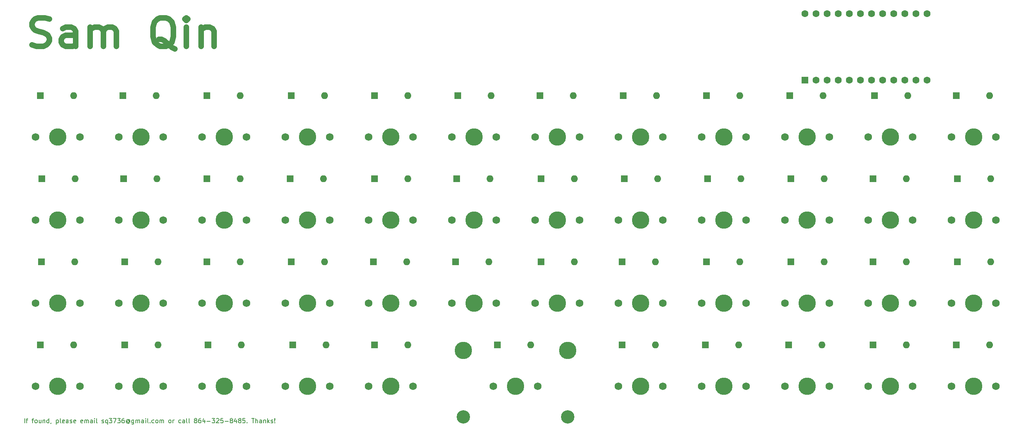
<source format=gts>
G04 #@! TF.GenerationSoftware,KiCad,Pcbnew,(5.1.10)-1*
G04 #@! TF.CreationDate,2022-01-10T13:30:35-05:00*
G04 #@! TF.ProjectId,40,3430252e-6b69-4636-9164-5f7063625858,rev?*
G04 #@! TF.SameCoordinates,Original*
G04 #@! TF.FileFunction,Soldermask,Top*
G04 #@! TF.FilePolarity,Negative*
%FSLAX46Y46*%
G04 Gerber Fmt 4.6, Leading zero omitted, Abs format (unit mm)*
G04 Created by KiCad (PCBNEW (5.1.10)-1) date 2022-01-10 13:30:35*
%MOMM*%
%LPD*%
G01*
G04 APERTURE LIST*
%ADD10C,0.150000*%
%ADD11C,1.300000*%
%ADD12C,1.600000*%
%ADD13R,1.600000X1.600000*%
%ADD14C,1.750000*%
%ADD15C,3.987800*%
%ADD16O,1.600000X1.600000*%
%ADD17C,3.048000*%
G04 APERTURE END LIST*
D10*
X29761309Y-129039880D02*
X29761309Y-128039880D01*
X30094642Y-128373214D02*
X30475595Y-128373214D01*
X30237500Y-129039880D02*
X30237500Y-128182738D01*
X30285119Y-128087500D01*
X30380357Y-128039880D01*
X30475595Y-128039880D01*
X31427976Y-128373214D02*
X31808928Y-128373214D01*
X31570833Y-129039880D02*
X31570833Y-128182738D01*
X31618452Y-128087500D01*
X31713690Y-128039880D01*
X31808928Y-128039880D01*
X32285119Y-129039880D02*
X32189880Y-128992261D01*
X32142261Y-128944642D01*
X32094642Y-128849404D01*
X32094642Y-128563690D01*
X32142261Y-128468452D01*
X32189880Y-128420833D01*
X32285119Y-128373214D01*
X32427976Y-128373214D01*
X32523214Y-128420833D01*
X32570833Y-128468452D01*
X32618452Y-128563690D01*
X32618452Y-128849404D01*
X32570833Y-128944642D01*
X32523214Y-128992261D01*
X32427976Y-129039880D01*
X32285119Y-129039880D01*
X33475595Y-128373214D02*
X33475595Y-129039880D01*
X33047023Y-128373214D02*
X33047023Y-128897023D01*
X33094642Y-128992261D01*
X33189880Y-129039880D01*
X33332738Y-129039880D01*
X33427976Y-128992261D01*
X33475595Y-128944642D01*
X33951785Y-128373214D02*
X33951785Y-129039880D01*
X33951785Y-128468452D02*
X33999404Y-128420833D01*
X34094642Y-128373214D01*
X34237500Y-128373214D01*
X34332738Y-128420833D01*
X34380357Y-128516071D01*
X34380357Y-129039880D01*
X35285119Y-129039880D02*
X35285119Y-128039880D01*
X35285119Y-128992261D02*
X35189880Y-129039880D01*
X34999404Y-129039880D01*
X34904166Y-128992261D01*
X34856547Y-128944642D01*
X34808928Y-128849404D01*
X34808928Y-128563690D01*
X34856547Y-128468452D01*
X34904166Y-128420833D01*
X34999404Y-128373214D01*
X35189880Y-128373214D01*
X35285119Y-128420833D01*
X35808928Y-128992261D02*
X35808928Y-129039880D01*
X35761309Y-129135119D01*
X35713690Y-129182738D01*
X36999404Y-128373214D02*
X36999404Y-129373214D01*
X36999404Y-128420833D02*
X37094642Y-128373214D01*
X37285119Y-128373214D01*
X37380357Y-128420833D01*
X37427976Y-128468452D01*
X37475595Y-128563690D01*
X37475595Y-128849404D01*
X37427976Y-128944642D01*
X37380357Y-128992261D01*
X37285119Y-129039880D01*
X37094642Y-129039880D01*
X36999404Y-128992261D01*
X38047023Y-129039880D02*
X37951785Y-128992261D01*
X37904166Y-128897023D01*
X37904166Y-128039880D01*
X38808928Y-128992261D02*
X38713690Y-129039880D01*
X38523214Y-129039880D01*
X38427976Y-128992261D01*
X38380357Y-128897023D01*
X38380357Y-128516071D01*
X38427976Y-128420833D01*
X38523214Y-128373214D01*
X38713690Y-128373214D01*
X38808928Y-128420833D01*
X38856547Y-128516071D01*
X38856547Y-128611309D01*
X38380357Y-128706547D01*
X39713690Y-129039880D02*
X39713690Y-128516071D01*
X39666071Y-128420833D01*
X39570833Y-128373214D01*
X39380357Y-128373214D01*
X39285119Y-128420833D01*
X39713690Y-128992261D02*
X39618452Y-129039880D01*
X39380357Y-129039880D01*
X39285119Y-128992261D01*
X39237500Y-128897023D01*
X39237500Y-128801785D01*
X39285119Y-128706547D01*
X39380357Y-128658928D01*
X39618452Y-128658928D01*
X39713690Y-128611309D01*
X40142261Y-128992261D02*
X40237500Y-129039880D01*
X40427976Y-129039880D01*
X40523214Y-128992261D01*
X40570833Y-128897023D01*
X40570833Y-128849404D01*
X40523214Y-128754166D01*
X40427976Y-128706547D01*
X40285119Y-128706547D01*
X40189880Y-128658928D01*
X40142261Y-128563690D01*
X40142261Y-128516071D01*
X40189880Y-128420833D01*
X40285119Y-128373214D01*
X40427976Y-128373214D01*
X40523214Y-128420833D01*
X41380357Y-128992261D02*
X41285119Y-129039880D01*
X41094642Y-129039880D01*
X40999404Y-128992261D01*
X40951785Y-128897023D01*
X40951785Y-128516071D01*
X40999404Y-128420833D01*
X41094642Y-128373214D01*
X41285119Y-128373214D01*
X41380357Y-128420833D01*
X41427976Y-128516071D01*
X41427976Y-128611309D01*
X40951785Y-128706547D01*
X42999404Y-128992261D02*
X42904166Y-129039880D01*
X42713690Y-129039880D01*
X42618452Y-128992261D01*
X42570833Y-128897023D01*
X42570833Y-128516071D01*
X42618452Y-128420833D01*
X42713690Y-128373214D01*
X42904166Y-128373214D01*
X42999404Y-128420833D01*
X43047023Y-128516071D01*
X43047023Y-128611309D01*
X42570833Y-128706547D01*
X43475595Y-129039880D02*
X43475595Y-128373214D01*
X43475595Y-128468452D02*
X43523214Y-128420833D01*
X43618452Y-128373214D01*
X43761309Y-128373214D01*
X43856547Y-128420833D01*
X43904166Y-128516071D01*
X43904166Y-129039880D01*
X43904166Y-128516071D02*
X43951785Y-128420833D01*
X44047023Y-128373214D01*
X44189880Y-128373214D01*
X44285119Y-128420833D01*
X44332738Y-128516071D01*
X44332738Y-129039880D01*
X45237500Y-129039880D02*
X45237500Y-128516071D01*
X45189880Y-128420833D01*
X45094642Y-128373214D01*
X44904166Y-128373214D01*
X44808928Y-128420833D01*
X45237500Y-128992261D02*
X45142261Y-129039880D01*
X44904166Y-129039880D01*
X44808928Y-128992261D01*
X44761309Y-128897023D01*
X44761309Y-128801785D01*
X44808928Y-128706547D01*
X44904166Y-128658928D01*
X45142261Y-128658928D01*
X45237500Y-128611309D01*
X45713690Y-129039880D02*
X45713690Y-128373214D01*
X45713690Y-128039880D02*
X45666071Y-128087500D01*
X45713690Y-128135119D01*
X45761309Y-128087500D01*
X45713690Y-128039880D01*
X45713690Y-128135119D01*
X46332738Y-129039880D02*
X46237500Y-128992261D01*
X46189880Y-128897023D01*
X46189880Y-128039880D01*
X47427976Y-128992261D02*
X47523214Y-129039880D01*
X47713690Y-129039880D01*
X47808928Y-128992261D01*
X47856547Y-128897023D01*
X47856547Y-128849404D01*
X47808928Y-128754166D01*
X47713690Y-128706547D01*
X47570833Y-128706547D01*
X47475595Y-128658928D01*
X47427976Y-128563690D01*
X47427976Y-128516071D01*
X47475595Y-128420833D01*
X47570833Y-128373214D01*
X47713690Y-128373214D01*
X47808928Y-128420833D01*
X48713690Y-128373214D02*
X48713690Y-129373214D01*
X48713690Y-128992261D02*
X48618452Y-129039880D01*
X48427976Y-129039880D01*
X48332738Y-128992261D01*
X48285119Y-128944642D01*
X48237500Y-128849404D01*
X48237500Y-128563690D01*
X48285119Y-128468452D01*
X48332738Y-128420833D01*
X48427976Y-128373214D01*
X48618452Y-128373214D01*
X48713690Y-128420833D01*
X49094642Y-128039880D02*
X49713690Y-128039880D01*
X49380357Y-128420833D01*
X49523214Y-128420833D01*
X49618452Y-128468452D01*
X49666071Y-128516071D01*
X49713690Y-128611309D01*
X49713690Y-128849404D01*
X49666071Y-128944642D01*
X49618452Y-128992261D01*
X49523214Y-129039880D01*
X49237500Y-129039880D01*
X49142261Y-128992261D01*
X49094642Y-128944642D01*
X50047023Y-128039880D02*
X50713690Y-128039880D01*
X50285119Y-129039880D01*
X50999404Y-128039880D02*
X51618452Y-128039880D01*
X51285119Y-128420833D01*
X51427976Y-128420833D01*
X51523214Y-128468452D01*
X51570833Y-128516071D01*
X51618452Y-128611309D01*
X51618452Y-128849404D01*
X51570833Y-128944642D01*
X51523214Y-128992261D01*
X51427976Y-129039880D01*
X51142261Y-129039880D01*
X51047023Y-128992261D01*
X50999404Y-128944642D01*
X52475595Y-128039880D02*
X52285119Y-128039880D01*
X52189880Y-128087500D01*
X52142261Y-128135119D01*
X52047023Y-128277976D01*
X51999404Y-128468452D01*
X51999404Y-128849404D01*
X52047023Y-128944642D01*
X52094642Y-128992261D01*
X52189880Y-129039880D01*
X52380357Y-129039880D01*
X52475595Y-128992261D01*
X52523214Y-128944642D01*
X52570833Y-128849404D01*
X52570833Y-128611309D01*
X52523214Y-128516071D01*
X52475595Y-128468452D01*
X52380357Y-128420833D01*
X52189880Y-128420833D01*
X52094642Y-128468452D01*
X52047023Y-128516071D01*
X51999404Y-128611309D01*
X53618452Y-128563690D02*
X53570833Y-128516071D01*
X53475595Y-128468452D01*
X53380357Y-128468452D01*
X53285119Y-128516071D01*
X53237500Y-128563690D01*
X53189880Y-128658928D01*
X53189880Y-128754166D01*
X53237500Y-128849404D01*
X53285119Y-128897023D01*
X53380357Y-128944642D01*
X53475595Y-128944642D01*
X53570833Y-128897023D01*
X53618452Y-128849404D01*
X53618452Y-128468452D02*
X53618452Y-128849404D01*
X53666071Y-128897023D01*
X53713690Y-128897023D01*
X53808928Y-128849404D01*
X53856547Y-128754166D01*
X53856547Y-128516071D01*
X53761309Y-128373214D01*
X53618452Y-128277976D01*
X53427976Y-128230357D01*
X53237500Y-128277976D01*
X53094642Y-128373214D01*
X52999404Y-128516071D01*
X52951785Y-128706547D01*
X52999404Y-128897023D01*
X53094642Y-129039880D01*
X53237500Y-129135119D01*
X53427976Y-129182738D01*
X53618452Y-129135119D01*
X53761309Y-129039880D01*
X54713690Y-128373214D02*
X54713690Y-129182738D01*
X54666071Y-129277976D01*
X54618452Y-129325595D01*
X54523214Y-129373214D01*
X54380357Y-129373214D01*
X54285119Y-129325595D01*
X54713690Y-128992261D02*
X54618452Y-129039880D01*
X54427976Y-129039880D01*
X54332738Y-128992261D01*
X54285119Y-128944642D01*
X54237500Y-128849404D01*
X54237500Y-128563690D01*
X54285119Y-128468452D01*
X54332738Y-128420833D01*
X54427976Y-128373214D01*
X54618452Y-128373214D01*
X54713690Y-128420833D01*
X55189880Y-129039880D02*
X55189880Y-128373214D01*
X55189880Y-128468452D02*
X55237500Y-128420833D01*
X55332738Y-128373214D01*
X55475595Y-128373214D01*
X55570833Y-128420833D01*
X55618452Y-128516071D01*
X55618452Y-129039880D01*
X55618452Y-128516071D02*
X55666071Y-128420833D01*
X55761309Y-128373214D01*
X55904166Y-128373214D01*
X55999404Y-128420833D01*
X56047023Y-128516071D01*
X56047023Y-129039880D01*
X56951785Y-129039880D02*
X56951785Y-128516071D01*
X56904166Y-128420833D01*
X56808928Y-128373214D01*
X56618452Y-128373214D01*
X56523214Y-128420833D01*
X56951785Y-128992261D02*
X56856547Y-129039880D01*
X56618452Y-129039880D01*
X56523214Y-128992261D01*
X56475595Y-128897023D01*
X56475595Y-128801785D01*
X56523214Y-128706547D01*
X56618452Y-128658928D01*
X56856547Y-128658928D01*
X56951785Y-128611309D01*
X57427976Y-129039880D02*
X57427976Y-128373214D01*
X57427976Y-128039880D02*
X57380357Y-128087500D01*
X57427976Y-128135119D01*
X57475595Y-128087500D01*
X57427976Y-128039880D01*
X57427976Y-128135119D01*
X58047023Y-129039880D02*
X57951785Y-128992261D01*
X57904166Y-128897023D01*
X57904166Y-128039880D01*
X58427976Y-128944642D02*
X58475595Y-128992261D01*
X58427976Y-129039880D01*
X58380357Y-128992261D01*
X58427976Y-128944642D01*
X58427976Y-129039880D01*
X59332738Y-128992261D02*
X59237500Y-129039880D01*
X59047023Y-129039880D01*
X58951785Y-128992261D01*
X58904166Y-128944642D01*
X58856547Y-128849404D01*
X58856547Y-128563690D01*
X58904166Y-128468452D01*
X58951785Y-128420833D01*
X59047023Y-128373214D01*
X59237500Y-128373214D01*
X59332738Y-128420833D01*
X59904166Y-129039880D02*
X59808928Y-128992261D01*
X59761309Y-128944642D01*
X59713690Y-128849404D01*
X59713690Y-128563690D01*
X59761309Y-128468452D01*
X59808928Y-128420833D01*
X59904166Y-128373214D01*
X60047023Y-128373214D01*
X60142261Y-128420833D01*
X60189880Y-128468452D01*
X60237500Y-128563690D01*
X60237500Y-128849404D01*
X60189880Y-128944642D01*
X60142261Y-128992261D01*
X60047023Y-129039880D01*
X59904166Y-129039880D01*
X60666071Y-129039880D02*
X60666071Y-128373214D01*
X60666071Y-128468452D02*
X60713690Y-128420833D01*
X60808928Y-128373214D01*
X60951785Y-128373214D01*
X61047023Y-128420833D01*
X61094642Y-128516071D01*
X61094642Y-129039880D01*
X61094642Y-128516071D02*
X61142261Y-128420833D01*
X61237500Y-128373214D01*
X61380357Y-128373214D01*
X61475595Y-128420833D01*
X61523214Y-128516071D01*
X61523214Y-129039880D01*
X62904166Y-129039880D02*
X62808928Y-128992261D01*
X62761309Y-128944642D01*
X62713690Y-128849404D01*
X62713690Y-128563690D01*
X62761309Y-128468452D01*
X62808928Y-128420833D01*
X62904166Y-128373214D01*
X63047023Y-128373214D01*
X63142261Y-128420833D01*
X63189880Y-128468452D01*
X63237500Y-128563690D01*
X63237500Y-128849404D01*
X63189880Y-128944642D01*
X63142261Y-128992261D01*
X63047023Y-129039880D01*
X62904166Y-129039880D01*
X63666071Y-129039880D02*
X63666071Y-128373214D01*
X63666071Y-128563690D02*
X63713690Y-128468452D01*
X63761309Y-128420833D01*
X63856547Y-128373214D01*
X63951785Y-128373214D01*
X65475595Y-128992261D02*
X65380357Y-129039880D01*
X65189880Y-129039880D01*
X65094642Y-128992261D01*
X65047023Y-128944642D01*
X64999404Y-128849404D01*
X64999404Y-128563690D01*
X65047023Y-128468452D01*
X65094642Y-128420833D01*
X65189880Y-128373214D01*
X65380357Y-128373214D01*
X65475595Y-128420833D01*
X66332738Y-129039880D02*
X66332738Y-128516071D01*
X66285119Y-128420833D01*
X66189880Y-128373214D01*
X65999404Y-128373214D01*
X65904166Y-128420833D01*
X66332738Y-128992261D02*
X66237500Y-129039880D01*
X65999404Y-129039880D01*
X65904166Y-128992261D01*
X65856547Y-128897023D01*
X65856547Y-128801785D01*
X65904166Y-128706547D01*
X65999404Y-128658928D01*
X66237500Y-128658928D01*
X66332738Y-128611309D01*
X66951785Y-129039880D02*
X66856547Y-128992261D01*
X66808928Y-128897023D01*
X66808928Y-128039880D01*
X67475595Y-129039880D02*
X67380357Y-128992261D01*
X67332738Y-128897023D01*
X67332738Y-128039880D01*
X68761309Y-128468452D02*
X68666071Y-128420833D01*
X68618452Y-128373214D01*
X68570833Y-128277976D01*
X68570833Y-128230357D01*
X68618452Y-128135119D01*
X68666071Y-128087500D01*
X68761309Y-128039880D01*
X68951785Y-128039880D01*
X69047023Y-128087500D01*
X69094642Y-128135119D01*
X69142261Y-128230357D01*
X69142261Y-128277976D01*
X69094642Y-128373214D01*
X69047023Y-128420833D01*
X68951785Y-128468452D01*
X68761309Y-128468452D01*
X68666071Y-128516071D01*
X68618452Y-128563690D01*
X68570833Y-128658928D01*
X68570833Y-128849404D01*
X68618452Y-128944642D01*
X68666071Y-128992261D01*
X68761309Y-129039880D01*
X68951785Y-129039880D01*
X69047023Y-128992261D01*
X69094642Y-128944642D01*
X69142261Y-128849404D01*
X69142261Y-128658928D01*
X69094642Y-128563690D01*
X69047023Y-128516071D01*
X68951785Y-128468452D01*
X69999404Y-128039880D02*
X69808928Y-128039880D01*
X69713690Y-128087500D01*
X69666071Y-128135119D01*
X69570833Y-128277976D01*
X69523214Y-128468452D01*
X69523214Y-128849404D01*
X69570833Y-128944642D01*
X69618452Y-128992261D01*
X69713690Y-129039880D01*
X69904166Y-129039880D01*
X69999404Y-128992261D01*
X70047023Y-128944642D01*
X70094642Y-128849404D01*
X70094642Y-128611309D01*
X70047023Y-128516071D01*
X69999404Y-128468452D01*
X69904166Y-128420833D01*
X69713690Y-128420833D01*
X69618452Y-128468452D01*
X69570833Y-128516071D01*
X69523214Y-128611309D01*
X70951785Y-128373214D02*
X70951785Y-129039880D01*
X70713690Y-127992261D02*
X70475595Y-128706547D01*
X71094642Y-128706547D01*
X71475595Y-128658928D02*
X72237500Y-128658928D01*
X72618452Y-128039880D02*
X73237500Y-128039880D01*
X72904166Y-128420833D01*
X73047023Y-128420833D01*
X73142261Y-128468452D01*
X73189880Y-128516071D01*
X73237500Y-128611309D01*
X73237500Y-128849404D01*
X73189880Y-128944642D01*
X73142261Y-128992261D01*
X73047023Y-129039880D01*
X72761309Y-129039880D01*
X72666071Y-128992261D01*
X72618452Y-128944642D01*
X73618452Y-128135119D02*
X73666071Y-128087500D01*
X73761309Y-128039880D01*
X73999404Y-128039880D01*
X74094642Y-128087500D01*
X74142261Y-128135119D01*
X74189880Y-128230357D01*
X74189880Y-128325595D01*
X74142261Y-128468452D01*
X73570833Y-129039880D01*
X74189880Y-129039880D01*
X75094642Y-128039880D02*
X74618452Y-128039880D01*
X74570833Y-128516071D01*
X74618452Y-128468452D01*
X74713690Y-128420833D01*
X74951785Y-128420833D01*
X75047023Y-128468452D01*
X75094642Y-128516071D01*
X75142261Y-128611309D01*
X75142261Y-128849404D01*
X75094642Y-128944642D01*
X75047023Y-128992261D01*
X74951785Y-129039880D01*
X74713690Y-129039880D01*
X74618452Y-128992261D01*
X74570833Y-128944642D01*
X75570833Y-128658928D02*
X76332738Y-128658928D01*
X76951785Y-128468452D02*
X76856547Y-128420833D01*
X76808928Y-128373214D01*
X76761309Y-128277976D01*
X76761309Y-128230357D01*
X76808928Y-128135119D01*
X76856547Y-128087500D01*
X76951785Y-128039880D01*
X77142261Y-128039880D01*
X77237500Y-128087500D01*
X77285119Y-128135119D01*
X77332738Y-128230357D01*
X77332738Y-128277976D01*
X77285119Y-128373214D01*
X77237500Y-128420833D01*
X77142261Y-128468452D01*
X76951785Y-128468452D01*
X76856547Y-128516071D01*
X76808928Y-128563690D01*
X76761309Y-128658928D01*
X76761309Y-128849404D01*
X76808928Y-128944642D01*
X76856547Y-128992261D01*
X76951785Y-129039880D01*
X77142261Y-129039880D01*
X77237500Y-128992261D01*
X77285119Y-128944642D01*
X77332738Y-128849404D01*
X77332738Y-128658928D01*
X77285119Y-128563690D01*
X77237500Y-128516071D01*
X77142261Y-128468452D01*
X78189880Y-128373214D02*
X78189880Y-129039880D01*
X77951785Y-127992261D02*
X77713690Y-128706547D01*
X78332738Y-128706547D01*
X78856547Y-128468452D02*
X78761309Y-128420833D01*
X78713690Y-128373214D01*
X78666071Y-128277976D01*
X78666071Y-128230357D01*
X78713690Y-128135119D01*
X78761309Y-128087500D01*
X78856547Y-128039880D01*
X79047023Y-128039880D01*
X79142261Y-128087500D01*
X79189880Y-128135119D01*
X79237500Y-128230357D01*
X79237500Y-128277976D01*
X79189880Y-128373214D01*
X79142261Y-128420833D01*
X79047023Y-128468452D01*
X78856547Y-128468452D01*
X78761309Y-128516071D01*
X78713690Y-128563690D01*
X78666071Y-128658928D01*
X78666071Y-128849404D01*
X78713690Y-128944642D01*
X78761309Y-128992261D01*
X78856547Y-129039880D01*
X79047023Y-129039880D01*
X79142261Y-128992261D01*
X79189880Y-128944642D01*
X79237500Y-128849404D01*
X79237500Y-128658928D01*
X79189880Y-128563690D01*
X79142261Y-128516071D01*
X79047023Y-128468452D01*
X80142261Y-128039880D02*
X79666071Y-128039880D01*
X79618452Y-128516071D01*
X79666071Y-128468452D01*
X79761309Y-128420833D01*
X79999404Y-128420833D01*
X80094642Y-128468452D01*
X80142261Y-128516071D01*
X80189880Y-128611309D01*
X80189880Y-128849404D01*
X80142261Y-128944642D01*
X80094642Y-128992261D01*
X79999404Y-129039880D01*
X79761309Y-129039880D01*
X79666071Y-128992261D01*
X79618452Y-128944642D01*
X80618452Y-128944642D02*
X80666071Y-128992261D01*
X80618452Y-129039880D01*
X80570833Y-128992261D01*
X80618452Y-128944642D01*
X80618452Y-129039880D01*
X81713690Y-128039880D02*
X82285119Y-128039880D01*
X81999404Y-129039880D02*
X81999404Y-128039880D01*
X82618452Y-129039880D02*
X82618452Y-128039880D01*
X83047023Y-129039880D02*
X83047023Y-128516071D01*
X82999404Y-128420833D01*
X82904166Y-128373214D01*
X82761309Y-128373214D01*
X82666071Y-128420833D01*
X82618452Y-128468452D01*
X83951785Y-129039880D02*
X83951785Y-128516071D01*
X83904166Y-128420833D01*
X83808928Y-128373214D01*
X83618452Y-128373214D01*
X83523214Y-128420833D01*
X83951785Y-128992261D02*
X83856547Y-129039880D01*
X83618452Y-129039880D01*
X83523214Y-128992261D01*
X83475595Y-128897023D01*
X83475595Y-128801785D01*
X83523214Y-128706547D01*
X83618452Y-128658928D01*
X83856547Y-128658928D01*
X83951785Y-128611309D01*
X84427976Y-128373214D02*
X84427976Y-129039880D01*
X84427976Y-128468452D02*
X84475595Y-128420833D01*
X84570833Y-128373214D01*
X84713690Y-128373214D01*
X84808928Y-128420833D01*
X84856547Y-128516071D01*
X84856547Y-129039880D01*
X85332738Y-129039880D02*
X85332738Y-128039880D01*
X85427976Y-128658928D02*
X85713690Y-129039880D01*
X85713690Y-128373214D02*
X85332738Y-128754166D01*
X86094642Y-128992261D02*
X86189880Y-129039880D01*
X86380357Y-129039880D01*
X86475595Y-128992261D01*
X86523214Y-128897023D01*
X86523214Y-128849404D01*
X86475595Y-128754166D01*
X86380357Y-128706547D01*
X86237500Y-128706547D01*
X86142261Y-128658928D01*
X86094642Y-128563690D01*
X86094642Y-128516071D01*
X86142261Y-128420833D01*
X86237500Y-128373214D01*
X86380357Y-128373214D01*
X86475595Y-128420833D01*
X86951785Y-128944642D02*
X86999404Y-128992261D01*
X86951785Y-129039880D01*
X86904166Y-128992261D01*
X86951785Y-128944642D01*
X86951785Y-129039880D01*
X86951785Y-128658928D02*
X86904166Y-128087500D01*
X86951785Y-128039880D01*
X86999404Y-128087500D01*
X86951785Y-128658928D01*
X86951785Y-128039880D01*
D11*
X31387499Y-42318452D02*
X32387499Y-42627976D01*
X34054166Y-42627976D01*
X34720833Y-42318452D01*
X35054166Y-42008928D01*
X35387500Y-41389880D01*
X35387500Y-40770833D01*
X35054166Y-40151785D01*
X34720833Y-39842261D01*
X34054166Y-39532738D01*
X32720833Y-39223214D01*
X32054166Y-38913690D01*
X31720833Y-38604166D01*
X31387499Y-37985119D01*
X31387499Y-37366071D01*
X31720833Y-36747023D01*
X32054166Y-36437500D01*
X32720833Y-36127976D01*
X34387500Y-36127976D01*
X35387500Y-36437500D01*
X41387500Y-42627976D02*
X41387500Y-39223214D01*
X41054166Y-38604166D01*
X40387500Y-38294642D01*
X39054166Y-38294642D01*
X38387500Y-38604166D01*
X41387500Y-42318452D02*
X40720833Y-42627976D01*
X39054166Y-42627976D01*
X38387500Y-42318452D01*
X38054166Y-41699404D01*
X38054166Y-41080357D01*
X38387500Y-40461309D01*
X39054166Y-40151785D01*
X40720833Y-40151785D01*
X41387500Y-39842261D01*
X44720833Y-42627976D02*
X44720833Y-38294642D01*
X44720833Y-38913690D02*
X45054166Y-38604166D01*
X45720833Y-38294642D01*
X46720833Y-38294642D01*
X47387500Y-38604166D01*
X47720833Y-39223214D01*
X47720833Y-42627976D01*
X47720833Y-39223214D02*
X48054166Y-38604166D01*
X48720833Y-38294642D01*
X49720833Y-38294642D01*
X50387500Y-38604166D01*
X50720833Y-39223214D01*
X50720833Y-42627976D01*
X64054166Y-43247023D02*
X63387499Y-42937500D01*
X62720833Y-42318452D01*
X61720833Y-41389880D01*
X61054166Y-41080357D01*
X60387499Y-41080357D01*
X60720833Y-42627976D02*
X60054166Y-42318452D01*
X59387500Y-41699404D01*
X59054166Y-40461309D01*
X59054166Y-38294642D01*
X59387500Y-37056547D01*
X60054166Y-36437500D01*
X60720833Y-36127976D01*
X62054166Y-36127976D01*
X62720833Y-36437500D01*
X63387499Y-37056547D01*
X63720833Y-38294642D01*
X63720833Y-40461309D01*
X63387499Y-41699404D01*
X62720833Y-42318452D01*
X62054166Y-42627976D01*
X60720833Y-42627976D01*
X66720833Y-42627976D02*
X66720833Y-38294642D01*
X66720833Y-36127976D02*
X66387500Y-36437500D01*
X66720833Y-36747023D01*
X67054166Y-36437500D01*
X66720833Y-36127976D01*
X66720833Y-36747023D01*
X70054166Y-38294642D02*
X70054166Y-42627976D01*
X70054166Y-38913690D02*
X70387500Y-38604166D01*
X71054166Y-38294642D01*
X72054166Y-38294642D01*
X72720833Y-38604166D01*
X73054166Y-39223214D01*
X73054166Y-42627976D01*
D12*
X208280000Y-35242500D03*
X210820000Y-35242500D03*
X213360000Y-35242500D03*
X215900000Y-35242500D03*
X218440000Y-35242500D03*
X220980000Y-35242500D03*
X223520000Y-35242500D03*
X226060000Y-35242500D03*
X228600000Y-35242500D03*
X231140000Y-35242500D03*
X233680000Y-35242500D03*
X236220000Y-35242500D03*
X236220000Y-50482500D03*
X233680000Y-50482500D03*
X231140000Y-50482500D03*
X228600000Y-50482500D03*
X226060000Y-50482500D03*
X223520000Y-50482500D03*
X220980000Y-50482500D03*
X218440000Y-50482500D03*
X215900000Y-50482500D03*
X213360000Y-50482500D03*
X210820000Y-50482500D03*
D13*
X208280000Y-50482500D03*
D14*
X156686250Y-101600000D03*
X146526250Y-101600000D03*
D15*
X151606250Y-101600000D03*
D14*
X137636250Y-101600000D03*
X127476250Y-101600000D03*
D15*
X132556250Y-101600000D03*
D14*
X118586250Y-82550000D03*
X108426250Y-82550000D03*
D15*
X113506250Y-82550000D03*
D14*
X42386250Y-120650000D03*
X32226250Y-120650000D03*
D15*
X37306250Y-120650000D03*
D16*
X193357500Y-53975000D03*
D13*
X185737500Y-53975000D03*
D16*
X174307500Y-53975000D03*
D13*
X166687500Y-53975000D03*
D16*
X155257500Y-53975000D03*
D13*
X147637500Y-53975000D03*
D16*
X136445000Y-53975000D03*
D13*
X128825000Y-53975000D03*
D16*
X117395000Y-53975000D03*
D13*
X109775000Y-53975000D03*
D16*
X98345000Y-53975000D03*
D13*
X90725000Y-53975000D03*
D16*
X79057500Y-53975000D03*
D13*
X71437500Y-53975000D03*
D16*
X59845000Y-53975000D03*
D13*
X52225000Y-53975000D03*
D16*
X40957500Y-53975000D03*
D13*
X33337500Y-53975000D03*
D16*
X250507500Y-111125000D03*
D13*
X242887500Y-111125000D03*
D16*
X231457500Y-111125000D03*
D13*
X223837500Y-111125000D03*
D16*
X212170000Y-111125000D03*
D13*
X204550000Y-111125000D03*
D16*
X193120000Y-111125000D03*
D13*
X185500000Y-111125000D03*
D16*
X174070000Y-111125000D03*
D13*
X166450000Y-111125000D03*
D16*
X145495000Y-111125000D03*
D13*
X137875000Y-111125000D03*
D16*
X117395000Y-111125000D03*
D13*
X109775000Y-111125000D03*
D16*
X98663750Y-111125000D03*
D13*
X91043750Y-111125000D03*
D16*
X79295000Y-111125000D03*
D13*
X71675000Y-111125000D03*
D16*
X60245000Y-111125000D03*
D13*
X52625000Y-111125000D03*
D16*
X40957500Y-111125000D03*
D13*
X33337500Y-111125000D03*
D16*
X250745000Y-92075000D03*
D13*
X243125000Y-92075000D03*
D16*
X231457500Y-92075000D03*
D13*
X223837500Y-92075000D03*
D16*
X212645000Y-92075000D03*
D13*
X205025000Y-92075000D03*
D16*
X193357500Y-92075000D03*
D13*
X185737500Y-92075000D03*
D16*
X174070000Y-92075000D03*
D13*
X166450000Y-92075000D03*
D16*
X155495000Y-92075000D03*
D13*
X147875000Y-92075000D03*
D16*
X135970000Y-92075000D03*
D13*
X128350000Y-92075000D03*
D16*
X117157500Y-92075000D03*
D13*
X109537500Y-92075000D03*
D16*
X98345000Y-92075000D03*
D13*
X90725000Y-92075000D03*
D16*
X79057500Y-92075000D03*
D13*
X71437500Y-92075000D03*
D16*
X60245000Y-92075000D03*
D13*
X52625000Y-92075000D03*
D16*
X41195000Y-92075000D03*
D13*
X33575000Y-92075000D03*
D16*
X250745000Y-73025000D03*
D13*
X243125000Y-73025000D03*
D16*
X231457500Y-73025000D03*
D13*
X223837500Y-73025000D03*
D16*
X212645000Y-73025000D03*
D13*
X205025000Y-73025000D03*
D16*
X193595000Y-73025000D03*
D13*
X185975000Y-73025000D03*
D16*
X174545000Y-73025000D03*
D13*
X166925000Y-73025000D03*
D16*
X155495000Y-73025000D03*
D13*
X147875000Y-73025000D03*
D16*
X136207500Y-73025000D03*
D13*
X128587500Y-73025000D03*
D16*
X117395000Y-73025000D03*
D13*
X109775000Y-73025000D03*
D16*
X98107500Y-73025000D03*
D13*
X90487500Y-73025000D03*
D16*
X79057500Y-73025000D03*
D13*
X71437500Y-73025000D03*
D16*
X60007500Y-73025000D03*
D13*
X52387500Y-73025000D03*
D16*
X41275000Y-73025000D03*
D13*
X33655000Y-73025000D03*
D16*
X250507500Y-53975000D03*
D13*
X242887500Y-53975000D03*
D16*
X231775000Y-53975000D03*
D13*
X224155000Y-53975000D03*
D16*
X212407500Y-53975000D03*
D13*
X204787500Y-53975000D03*
D14*
X137636250Y-63500000D03*
X127476250Y-63500000D03*
D15*
X132556250Y-63500000D03*
D14*
X42386250Y-63500000D03*
X32226250Y-63500000D03*
D15*
X37306250Y-63500000D03*
D14*
X251936250Y-63500000D03*
X241776250Y-63500000D03*
D15*
X246856250Y-63500000D03*
D14*
X99536250Y-82550000D03*
X89376250Y-82550000D03*
D15*
X94456250Y-82550000D03*
D14*
X61436250Y-101600000D03*
X51276250Y-101600000D03*
D15*
X56356250Y-101600000D03*
D14*
X80486250Y-101600000D03*
X70326250Y-101600000D03*
D15*
X75406250Y-101600000D03*
D14*
X118586250Y-101600000D03*
X108426250Y-101600000D03*
D15*
X113506250Y-101600000D03*
X154019250Y-112395000D03*
X130143250Y-112395000D03*
D17*
X154019250Y-127635000D03*
X130143250Y-127635000D03*
D14*
X147161250Y-120650000D03*
X137001250Y-120650000D03*
D15*
X142081250Y-120650000D03*
D14*
X42386250Y-101600000D03*
X32226250Y-101600000D03*
D15*
X37306250Y-101600000D03*
D14*
X213836250Y-101600000D03*
X203676250Y-101600000D03*
D15*
X208756250Y-101600000D03*
D14*
X175736250Y-101600000D03*
X165576250Y-101600000D03*
D15*
X170656250Y-101600000D03*
D14*
X194786250Y-101600000D03*
X184626250Y-101600000D03*
D15*
X189706250Y-101600000D03*
D14*
X99536250Y-101600000D03*
X89376250Y-101600000D03*
D15*
X94456250Y-101600000D03*
D14*
X156686250Y-63500000D03*
X146526250Y-63500000D03*
D15*
X151606250Y-63500000D03*
D14*
X61436250Y-120650000D03*
X51276250Y-120650000D03*
D15*
X56356250Y-120650000D03*
D14*
X80486250Y-63500000D03*
X70326250Y-63500000D03*
D15*
X75406250Y-63500000D03*
D14*
X232886250Y-101600000D03*
X222726250Y-101600000D03*
D15*
X227806250Y-101600000D03*
D14*
X175736250Y-63500000D03*
X165576250Y-63500000D03*
D15*
X170656250Y-63500000D03*
D14*
X42386250Y-82550000D03*
X32226250Y-82550000D03*
D15*
X37306250Y-82550000D03*
D14*
X251936250Y-101600000D03*
X241776250Y-101600000D03*
D15*
X246856250Y-101600000D03*
D14*
X232886250Y-82550000D03*
X222726250Y-82550000D03*
D15*
X227806250Y-82550000D03*
D14*
X80486250Y-82550000D03*
X70326250Y-82550000D03*
D15*
X75406250Y-82550000D03*
D14*
X251936250Y-120650000D03*
X241776250Y-120650000D03*
D15*
X246856250Y-120650000D03*
D14*
X194786250Y-120650000D03*
X184626250Y-120650000D03*
D15*
X189706250Y-120650000D03*
D14*
X118586250Y-63500000D03*
X108426250Y-63500000D03*
D15*
X113506250Y-63500000D03*
D14*
X61436250Y-63500000D03*
X51276250Y-63500000D03*
D15*
X56356250Y-63500000D03*
D14*
X232886250Y-63500000D03*
X222726250Y-63500000D03*
D15*
X227806250Y-63500000D03*
D14*
X213836250Y-63500000D03*
X203676250Y-63500000D03*
D15*
X208756250Y-63500000D03*
D14*
X213836250Y-120650000D03*
X203676250Y-120650000D03*
D15*
X208756250Y-120650000D03*
D14*
X175736250Y-120650000D03*
X165576250Y-120650000D03*
D15*
X170656250Y-120650000D03*
D14*
X118586250Y-120650000D03*
X108426250Y-120650000D03*
D15*
X113506250Y-120650000D03*
D14*
X213836250Y-82550000D03*
X203676250Y-82550000D03*
D15*
X208756250Y-82550000D03*
D14*
X194786250Y-82550000D03*
X184626250Y-82550000D03*
D15*
X189706250Y-82550000D03*
D14*
X175736250Y-82550000D03*
X165576250Y-82550000D03*
D15*
X170656250Y-82550000D03*
D14*
X194786250Y-63500000D03*
X184626250Y-63500000D03*
D15*
X189706250Y-63500000D03*
D14*
X156686250Y-82550000D03*
X146526250Y-82550000D03*
D15*
X151606250Y-82550000D03*
D14*
X137636250Y-82550000D03*
X127476250Y-82550000D03*
D15*
X132556250Y-82550000D03*
D14*
X99536250Y-120650000D03*
X89376250Y-120650000D03*
D15*
X94456250Y-120650000D03*
D14*
X251936250Y-82550000D03*
X241776250Y-82550000D03*
D15*
X246856250Y-82550000D03*
D14*
X99536250Y-63500000D03*
X89376250Y-63500000D03*
D15*
X94456250Y-63500000D03*
D14*
X232886250Y-120650000D03*
X222726250Y-120650000D03*
D15*
X227806250Y-120650000D03*
D14*
X80486250Y-120650000D03*
X70326250Y-120650000D03*
D15*
X75406250Y-120650000D03*
D14*
X61436250Y-82550000D03*
X51276250Y-82550000D03*
D15*
X56356250Y-82550000D03*
M02*

</source>
